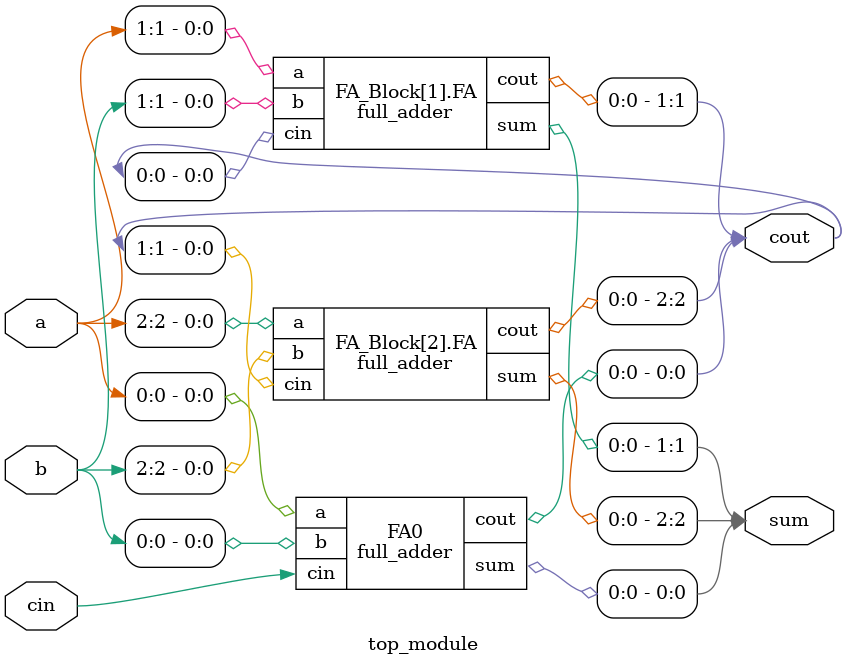
<source format=v>
module full_adder( 
    input a, b, cin,
    output cout, sum );

    assign sum = a^b^cin;
    assign cout = (a&b) | (b&cin) | (a&cin);
    
endmodule

module top_module( 
    input [2:0] a, b,
    input cin,
    output [2:0] cout,
    output [2:0] sum );
    
    full_adder FA0(.a(a[0]),
                   .b(b[0]),
                   .cin(cin),
                   .cout(cout[0]),
                   .sum(sum[0])
                   );
    
    genvar i;
    generate
        for (i=1; i<3;i=i+1) begin : FA_Block
        full_adder FA(.a(a[i]),
                      .b(b[i]),
                      .cin(cout[i-1]),
                      .cout(cout[i]),
                      .sum(sum[i])
                      );
        end
    endgenerate
    
endmodule

</source>
